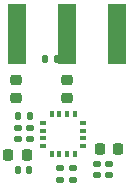
<source format=gbr>
%TF.GenerationSoftware,KiCad,Pcbnew,8.0.0*%
%TF.CreationDate,2024-08-25T13:38:48+02:00*%
%TF.ProjectId,Detector_PTFE,44657465-6374-46f7-925f-505446452e6b,rev?*%
%TF.SameCoordinates,Original*%
%TF.FileFunction,Paste,Top*%
%TF.FilePolarity,Positive*%
%FSLAX46Y46*%
G04 Gerber Fmt 4.6, Leading zero omitted, Abs format (unit mm)*
G04 Created by KiCad (PCBNEW 8.0.0) date 2024-08-25 13:38:48*
%MOMM*%
%LPD*%
G01*
G04 APERTURE LIST*
G04 Aperture macros list*
%AMRoundRect*
0 Rectangle with rounded corners*
0 $1 Rounding radius*
0 $2 $3 $4 $5 $6 $7 $8 $9 X,Y pos of 4 corners*
0 Add a 4 corners polygon primitive as box body*
4,1,4,$2,$3,$4,$5,$6,$7,$8,$9,$2,$3,0*
0 Add four circle primitives for the rounded corners*
1,1,$1+$1,$2,$3*
1,1,$1+$1,$4,$5*
1,1,$1+$1,$6,$7*
1,1,$1+$1,$8,$9*
0 Add four rect primitives between the rounded corners*
20,1,$1+$1,$2,$3,$4,$5,0*
20,1,$1+$1,$4,$5,$6,$7,0*
20,1,$1+$1,$6,$7,$8,$9,0*
20,1,$1+$1,$8,$9,$2,$3,0*%
G04 Aperture macros list end*
%ADD10RoundRect,0.135000X0.135000X0.185000X-0.135000X0.185000X-0.135000X-0.185000X0.135000X-0.185000X0*%
%ADD11RoundRect,0.140000X-0.170000X0.140000X-0.170000X-0.140000X0.170000X-0.140000X0.170000X0.140000X0*%
%ADD12RoundRect,0.218750X-0.218750X-0.256250X0.218750X-0.256250X0.218750X0.256250X-0.218750X0.256250X0*%
%ADD13RoundRect,0.140000X0.170000X-0.140000X0.170000X0.140000X-0.170000X0.140000X-0.170000X-0.140000X0*%
%ADD14RoundRect,0.135000X-0.185000X0.135000X-0.185000X-0.135000X0.185000X-0.135000X0.185000X0.135000X0*%
%ADD15R,1.500000X5.080000*%
%ADD16RoundRect,0.225000X-0.250000X0.225000X-0.250000X-0.225000X0.250000X-0.225000X0.250000X0.225000X0*%
%ADD17RoundRect,0.100000X-0.175000X-0.100000X0.175000X-0.100000X0.175000X0.100000X-0.175000X0.100000X0*%
%ADD18RoundRect,0.100000X-0.100000X-0.175000X0.100000X-0.175000X0.100000X0.175000X-0.100000X0.175000X0*%
%ADD19RoundRect,0.218750X0.218750X0.256250X-0.218750X0.256250X-0.218750X-0.256250X0.218750X-0.256250X0*%
%ADD20RoundRect,0.140000X-0.140000X-0.170000X0.140000X-0.170000X0.140000X0.170000X-0.140000X0.170000X0*%
G04 APERTURE END LIST*
D10*
%TO.C,R3*%
X49278000Y-30607000D03*
X48258000Y-30607000D03*
%TD*%
%TO.C,R2*%
X46992000Y-35409939D03*
X45972000Y-35409939D03*
%TD*%
D11*
%TO.C,C4*%
X46990000Y-36453939D03*
X46990000Y-37413939D03*
%TD*%
%TO.C,C3*%
X45974000Y-36453939D03*
X45974000Y-37413939D03*
%TD*%
D12*
%TO.C,L1*%
X45186500Y-38711939D03*
X46761500Y-38711939D03*
%TD*%
D13*
%TO.C,C7*%
X53721000Y-40461939D03*
X53721000Y-39501939D03*
%TD*%
D14*
%TO.C,R5*%
X50673000Y-39852939D03*
X50673000Y-40872939D03*
%TD*%
D15*
%TO.C,J1*%
X50165000Y-28476500D03*
X45915000Y-28476500D03*
X54415000Y-28476500D03*
%TD*%
D16*
%TO.C,C2*%
X45847000Y-32348939D03*
X45847000Y-33898939D03*
%TD*%
D13*
%TO.C,C6*%
X52705000Y-40461939D03*
X52705000Y-39501939D03*
%TD*%
D17*
%TO.C,U1*%
X48140000Y-36007939D03*
X48140000Y-36657939D03*
X48140000Y-37307939D03*
X48140000Y-37957939D03*
D18*
X48865000Y-38682939D03*
X49515000Y-38682939D03*
X50165000Y-38682939D03*
X50815000Y-38682939D03*
D17*
X51540000Y-37957939D03*
X51540000Y-37307939D03*
X51540000Y-36657939D03*
X51540000Y-36007939D03*
D18*
X50815000Y-35282939D03*
X50165000Y-35282939D03*
X49515000Y-35282939D03*
X48865000Y-35282939D03*
%TD*%
D19*
%TO.C,L2*%
X54508500Y-38203939D03*
X52933500Y-38203939D03*
%TD*%
D14*
%TO.C,R4*%
X49530000Y-39852939D03*
X49530000Y-40872939D03*
%TD*%
D16*
%TO.C,C1*%
X50165000Y-32348939D03*
X50165000Y-33898939D03*
%TD*%
D20*
%TO.C,C5*%
X46002000Y-39981939D03*
X46962000Y-39981939D03*
%TD*%
M02*

</source>
